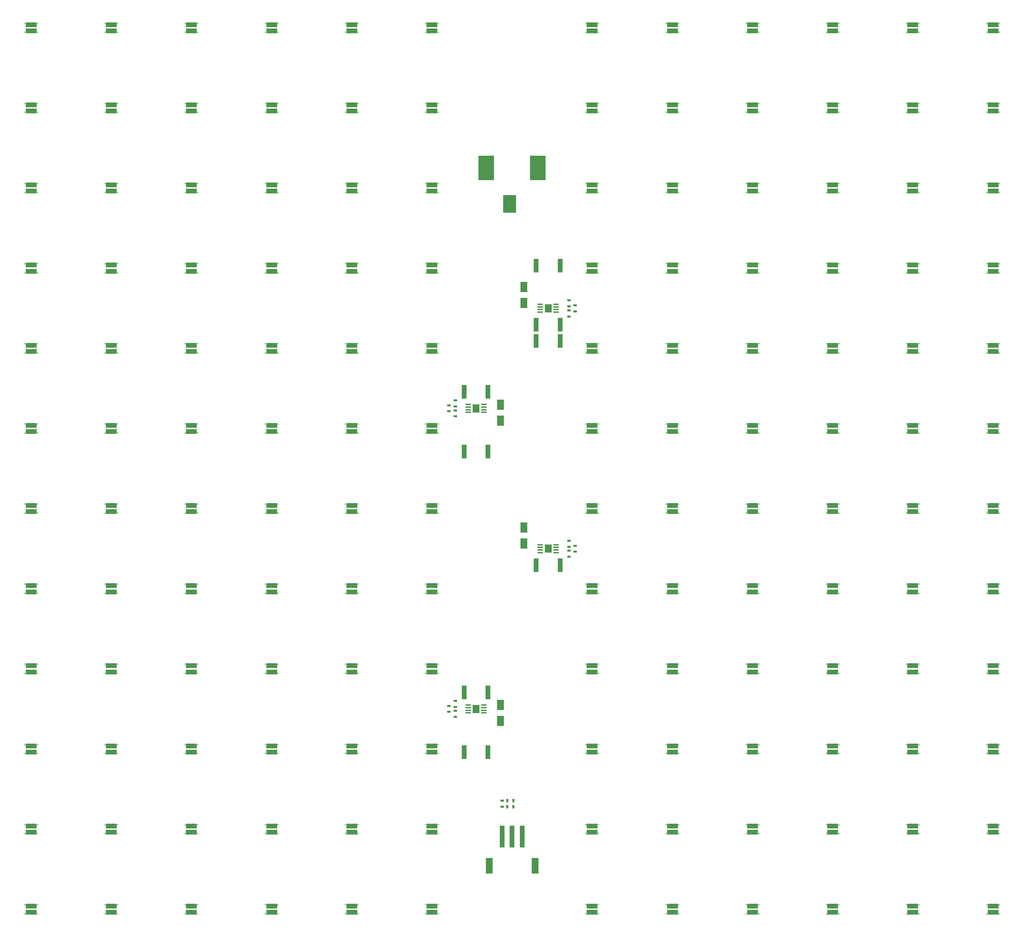
<source format=gtp>
%FSLAX25Y25*%
%MOIN*%
G70*
G01*
G75*
G04 Layer_Color=8421504*
%ADD10R,0.04724X0.13386*%
%ADD11R,0.03543X0.02362*%
%ADD12R,0.02362X0.03543*%
%ADD13R,0.05315X0.01772*%
%ADD14R,0.06693X0.07874*%
%ADD15R,0.11024X0.04921*%
%ADD16R,0.01378X0.02165*%
%ADD17R,0.09252X0.20079*%
%ADD18R,0.06693X0.09843*%
%ADD19R,0.03543X0.07087*%
%ADD20R,0.07087X0.03543*%
%ADD21R,0.15354X0.24410*%
%ADD22R,0.12992X0.17323*%
%ADD23R,0.07087X0.15354*%
%ADD24R,0.05118X0.21654*%
%ADD25C,0.00100*%
%ADD26C,0.00591*%
%ADD27C,0.01772*%
%ADD28R,0.03740X0.03150*%
%ADD29C,0.07874*%
%ADD30O,0.15748X0.29134*%
%ADD31C,0.15748*%
%ADD32C,0.23622*%
%ADD33C,0.00984*%
%ADD34C,0.00787*%
%ADD35R,0.10630X0.04528*%
%ADD36R,0.00984X0.01772*%
D10*
X47244Y199213D02*
D03*
X23622D02*
D03*
X47244Y125197D02*
D03*
X23622D02*
D03*
X-47244Y16535D02*
D03*
X-23622D02*
D03*
X-47244Y-220079D02*
D03*
X-23622D02*
D03*
X23622Y-94882D02*
D03*
X47244D02*
D03*
X23622Y141339D02*
D03*
X47244D02*
D03*
X-47244Y75197D02*
D03*
X-23622D02*
D03*
Y-278740D02*
D03*
X-47244D02*
D03*
D11*
X-9744Y-326279D02*
D03*
Y-332185D02*
D03*
X-62008Y-239075D02*
D03*
Y-233169D02*
D03*
Y56201D02*
D03*
Y62106D02*
D03*
X-55905Y-238090D02*
D03*
Y-243996D02*
D03*
Y57185D02*
D03*
Y51279D02*
D03*
Y-228248D02*
D03*
Y-234154D02*
D03*
Y67028D02*
D03*
Y61122D02*
D03*
X55905Y-80807D02*
D03*
Y-86713D02*
D03*
Y-70965D02*
D03*
Y-76870D02*
D03*
Y165256D02*
D03*
Y159350D02*
D03*
X62008Y-81791D02*
D03*
Y-75886D02*
D03*
Y154429D02*
D03*
Y160335D02*
D03*
X55905Y155413D02*
D03*
Y149508D02*
D03*
D12*
X1181Y-326181D02*
D03*
X-4724D02*
D03*
X1181Y-332283D02*
D03*
X-4724D02*
D03*
D13*
X-43209Y-232382D02*
D03*
Y-234941D02*
D03*
Y-237500D02*
D03*
Y-240059D02*
D03*
X-27657Y-232382D02*
D03*
Y-234941D02*
D03*
Y-237500D02*
D03*
Y-240059D02*
D03*
X-43209Y62894D02*
D03*
Y60335D02*
D03*
Y57776D02*
D03*
Y55216D02*
D03*
X-27657Y62894D02*
D03*
Y60335D02*
D03*
Y57776D02*
D03*
Y55216D02*
D03*
X27657Y-74902D02*
D03*
Y-77461D02*
D03*
Y-80020D02*
D03*
Y-82579D02*
D03*
X43209Y-74902D02*
D03*
Y-77461D02*
D03*
Y-80020D02*
D03*
Y-82579D02*
D03*
X27657Y161319D02*
D03*
Y158760D02*
D03*
Y156201D02*
D03*
Y153642D02*
D03*
X43209Y161319D02*
D03*
Y158760D02*
D03*
Y156201D02*
D03*
Y153642D02*
D03*
D14*
X-35433Y-236221D02*
D03*
Y59055D02*
D03*
X35433Y-78740D02*
D03*
Y157480D02*
D03*
D18*
X-11417Y-232382D02*
D03*
Y-248130D02*
D03*
Y62795D02*
D03*
Y47047D02*
D03*
X11417Y-57874D02*
D03*
Y-73622D02*
D03*
Y178347D02*
D03*
Y162598D02*
D03*
D21*
X-25394Y295276D02*
D03*
X25394D02*
D03*
D22*
X-2559Y260039D02*
D03*
D23*
X22441Y-390354D02*
D03*
X-22441D02*
D03*
D24*
X-9843Y-361614D02*
D03*
X0D02*
D03*
X9843D02*
D03*
D35*
X-78740Y-430020D02*
D03*
Y-436122D02*
D03*
Y42421D02*
D03*
Y36319D02*
D03*
Y-351279D02*
D03*
Y-357382D02*
D03*
Y121161D02*
D03*
Y115059D02*
D03*
Y-272539D02*
D03*
Y-278642D02*
D03*
Y199902D02*
D03*
Y193799D02*
D03*
Y-193799D02*
D03*
Y-199902D02*
D03*
Y278642D02*
D03*
Y272539D02*
D03*
Y-115059D02*
D03*
Y-121161D02*
D03*
Y357382D02*
D03*
Y351279D02*
D03*
Y-36319D02*
D03*
Y-42421D02*
D03*
Y436122D02*
D03*
Y430020D02*
D03*
X-157480Y-430020D02*
D03*
Y-436122D02*
D03*
Y42421D02*
D03*
Y36319D02*
D03*
Y-351279D02*
D03*
Y-357382D02*
D03*
Y121161D02*
D03*
Y115059D02*
D03*
Y-272539D02*
D03*
Y-278642D02*
D03*
Y199902D02*
D03*
Y193799D02*
D03*
Y-193799D02*
D03*
Y-199902D02*
D03*
Y278642D02*
D03*
Y272539D02*
D03*
Y-115059D02*
D03*
Y-121161D02*
D03*
Y357382D02*
D03*
Y351279D02*
D03*
Y-36319D02*
D03*
Y-42421D02*
D03*
Y436122D02*
D03*
Y430020D02*
D03*
X-236221Y-430020D02*
D03*
Y-436122D02*
D03*
Y42421D02*
D03*
Y36319D02*
D03*
Y-351279D02*
D03*
Y-357382D02*
D03*
Y121161D02*
D03*
Y115059D02*
D03*
Y-272539D02*
D03*
Y-278642D02*
D03*
Y199902D02*
D03*
Y193799D02*
D03*
Y-193799D02*
D03*
Y-199902D02*
D03*
Y278642D02*
D03*
Y272539D02*
D03*
Y-115059D02*
D03*
Y-121161D02*
D03*
Y357382D02*
D03*
Y351279D02*
D03*
Y-36319D02*
D03*
Y-42421D02*
D03*
Y436122D02*
D03*
Y430020D02*
D03*
X-314961Y-430020D02*
D03*
Y-436122D02*
D03*
Y42421D02*
D03*
Y36319D02*
D03*
Y-351279D02*
D03*
Y-357382D02*
D03*
Y121161D02*
D03*
Y115059D02*
D03*
Y-272539D02*
D03*
Y-278642D02*
D03*
Y199902D02*
D03*
Y193799D02*
D03*
Y-193799D02*
D03*
Y-199902D02*
D03*
Y278642D02*
D03*
Y272539D02*
D03*
Y-115059D02*
D03*
Y-121161D02*
D03*
Y357382D02*
D03*
Y351279D02*
D03*
Y-36319D02*
D03*
Y-42421D02*
D03*
Y436122D02*
D03*
Y430020D02*
D03*
X-393701Y-430020D02*
D03*
Y-436122D02*
D03*
Y42421D02*
D03*
Y36319D02*
D03*
Y-351279D02*
D03*
Y-357382D02*
D03*
Y121161D02*
D03*
Y115059D02*
D03*
Y-272539D02*
D03*
Y-278642D02*
D03*
Y199902D02*
D03*
Y193799D02*
D03*
Y-193799D02*
D03*
Y-199902D02*
D03*
Y278642D02*
D03*
Y272539D02*
D03*
Y-115059D02*
D03*
Y-121161D02*
D03*
Y357382D02*
D03*
Y351279D02*
D03*
Y-36319D02*
D03*
Y-42421D02*
D03*
Y436122D02*
D03*
Y430020D02*
D03*
X-472441Y-430020D02*
D03*
Y-436122D02*
D03*
Y42421D02*
D03*
Y36319D02*
D03*
Y-351279D02*
D03*
Y-357382D02*
D03*
Y121161D02*
D03*
Y115059D02*
D03*
Y-272539D02*
D03*
Y-278642D02*
D03*
Y199902D02*
D03*
Y193799D02*
D03*
Y-193799D02*
D03*
Y-199902D02*
D03*
Y278642D02*
D03*
Y272539D02*
D03*
Y-115059D02*
D03*
Y-121161D02*
D03*
Y357382D02*
D03*
Y351279D02*
D03*
Y-36319D02*
D03*
Y-42421D02*
D03*
Y436122D02*
D03*
Y430020D02*
D03*
X78740Y-430020D02*
D03*
Y-436122D02*
D03*
Y42421D02*
D03*
Y36319D02*
D03*
Y-351279D02*
D03*
Y-357382D02*
D03*
Y121161D02*
D03*
Y115059D02*
D03*
Y-272539D02*
D03*
Y-278642D02*
D03*
Y199902D02*
D03*
Y193799D02*
D03*
Y-193799D02*
D03*
Y-199902D02*
D03*
Y278642D02*
D03*
Y272539D02*
D03*
Y-115059D02*
D03*
Y-121161D02*
D03*
Y357382D02*
D03*
Y351279D02*
D03*
Y-36319D02*
D03*
Y-42421D02*
D03*
Y436122D02*
D03*
Y430020D02*
D03*
X157480Y-430020D02*
D03*
Y-436122D02*
D03*
Y42421D02*
D03*
Y36319D02*
D03*
Y-351279D02*
D03*
Y-357382D02*
D03*
Y121161D02*
D03*
Y115059D02*
D03*
Y-272539D02*
D03*
Y-278642D02*
D03*
Y199902D02*
D03*
Y193799D02*
D03*
Y-193799D02*
D03*
Y-199902D02*
D03*
Y278642D02*
D03*
Y272539D02*
D03*
Y-115059D02*
D03*
Y-121161D02*
D03*
Y357382D02*
D03*
Y351279D02*
D03*
Y-36319D02*
D03*
Y-42421D02*
D03*
Y436122D02*
D03*
Y430020D02*
D03*
X236221Y-430020D02*
D03*
Y-436122D02*
D03*
Y42421D02*
D03*
Y36319D02*
D03*
Y-351279D02*
D03*
Y-357382D02*
D03*
Y121161D02*
D03*
Y115059D02*
D03*
Y-272539D02*
D03*
Y-278642D02*
D03*
Y199902D02*
D03*
Y193799D02*
D03*
Y-193799D02*
D03*
Y-199902D02*
D03*
Y278642D02*
D03*
Y272539D02*
D03*
Y-115059D02*
D03*
Y-121161D02*
D03*
Y357382D02*
D03*
Y351279D02*
D03*
Y-36319D02*
D03*
Y-42421D02*
D03*
Y436122D02*
D03*
Y430020D02*
D03*
X314961Y-430020D02*
D03*
Y-436122D02*
D03*
Y42421D02*
D03*
Y36319D02*
D03*
Y-351279D02*
D03*
Y-357382D02*
D03*
Y121161D02*
D03*
Y115059D02*
D03*
Y-272539D02*
D03*
Y-278642D02*
D03*
Y199902D02*
D03*
Y193799D02*
D03*
Y-193799D02*
D03*
Y-199902D02*
D03*
Y278642D02*
D03*
Y272539D02*
D03*
Y-115059D02*
D03*
Y-121161D02*
D03*
Y357382D02*
D03*
Y351279D02*
D03*
Y-36319D02*
D03*
Y-42421D02*
D03*
Y436122D02*
D03*
Y430020D02*
D03*
X393701Y-430020D02*
D03*
Y-436122D02*
D03*
Y42421D02*
D03*
Y36319D02*
D03*
Y-351279D02*
D03*
Y-357382D02*
D03*
Y121161D02*
D03*
Y115059D02*
D03*
Y-272539D02*
D03*
Y-278642D02*
D03*
Y199902D02*
D03*
Y193799D02*
D03*
Y-193799D02*
D03*
Y-199902D02*
D03*
Y278642D02*
D03*
Y272539D02*
D03*
Y-115059D02*
D03*
Y-121161D02*
D03*
Y357382D02*
D03*
Y351279D02*
D03*
Y-36319D02*
D03*
Y-42421D02*
D03*
Y436122D02*
D03*
Y430020D02*
D03*
X472441Y-430020D02*
D03*
Y-436122D02*
D03*
Y42421D02*
D03*
Y36319D02*
D03*
Y-351279D02*
D03*
Y-357382D02*
D03*
Y121161D02*
D03*
Y115059D02*
D03*
Y-272539D02*
D03*
Y-278642D02*
D03*
Y199902D02*
D03*
Y193799D02*
D03*
Y-193799D02*
D03*
Y-199902D02*
D03*
Y278642D02*
D03*
Y272539D02*
D03*
Y-115059D02*
D03*
Y-121161D02*
D03*
Y357382D02*
D03*
Y351279D02*
D03*
Y-36319D02*
D03*
Y-42421D02*
D03*
Y436122D02*
D03*
Y430020D02*
D03*
D36*
X-84941Y-428642D02*
D03*
X-72539D02*
D03*
X-84941Y-437500D02*
D03*
X-72539D02*
D03*
X-84941Y43799D02*
D03*
X-72539D02*
D03*
X-84941Y34941D02*
D03*
X-72539D02*
D03*
X-84941Y-349902D02*
D03*
X-72539D02*
D03*
X-84941Y-358760D02*
D03*
X-72539D02*
D03*
X-84941Y122539D02*
D03*
X-72539D02*
D03*
X-84941Y113681D02*
D03*
X-72539D02*
D03*
X-84941Y-271161D02*
D03*
X-72539D02*
D03*
X-84941Y-280020D02*
D03*
X-72539D02*
D03*
X-84941Y201279D02*
D03*
X-72539D02*
D03*
X-84941Y192421D02*
D03*
X-72539D02*
D03*
X-84941Y-192421D02*
D03*
X-72539D02*
D03*
X-84941Y-201279D02*
D03*
X-72539D02*
D03*
X-84941Y280020D02*
D03*
X-72539D02*
D03*
X-84941Y271161D02*
D03*
X-72539D02*
D03*
X-84941Y-113681D02*
D03*
X-72539D02*
D03*
X-84941Y-122539D02*
D03*
X-72539D02*
D03*
X-84941Y358760D02*
D03*
X-72539D02*
D03*
X-84941Y349902D02*
D03*
X-72539D02*
D03*
X-84941Y-34941D02*
D03*
X-72539D02*
D03*
X-84941Y-43799D02*
D03*
X-72539D02*
D03*
X-84941Y437500D02*
D03*
X-72539D02*
D03*
X-84941Y428642D02*
D03*
X-72539D02*
D03*
X-163681Y-428642D02*
D03*
X-151279D02*
D03*
X-163681Y-437500D02*
D03*
X-151279D02*
D03*
X-163681Y43799D02*
D03*
X-151279D02*
D03*
X-163681Y34941D02*
D03*
X-151279D02*
D03*
X-163681Y-349902D02*
D03*
X-151279D02*
D03*
X-163681Y-358760D02*
D03*
X-151279D02*
D03*
X-163681Y122539D02*
D03*
X-151279D02*
D03*
X-163681Y113681D02*
D03*
X-151279D02*
D03*
X-163681Y-271161D02*
D03*
X-151279D02*
D03*
X-163681Y-280020D02*
D03*
X-151279D02*
D03*
X-163681Y201279D02*
D03*
X-151279D02*
D03*
X-163681Y192421D02*
D03*
X-151279D02*
D03*
X-163681Y-192421D02*
D03*
X-151279D02*
D03*
X-163681Y-201279D02*
D03*
X-151279D02*
D03*
X-163681Y280020D02*
D03*
X-151279D02*
D03*
X-163681Y271161D02*
D03*
X-151279D02*
D03*
X-163681Y-113681D02*
D03*
X-151279D02*
D03*
X-163681Y-122539D02*
D03*
X-151279D02*
D03*
X-163681Y358760D02*
D03*
X-151279D02*
D03*
X-163681Y349902D02*
D03*
X-151279D02*
D03*
X-163681Y-34941D02*
D03*
X-151279D02*
D03*
X-163681Y-43799D02*
D03*
X-151279D02*
D03*
X-163681Y437500D02*
D03*
X-151279D02*
D03*
X-163681Y428642D02*
D03*
X-151279D02*
D03*
X-242421Y-428642D02*
D03*
X-230020D02*
D03*
X-242421Y-437500D02*
D03*
X-230020D02*
D03*
X-242421Y43799D02*
D03*
X-230020D02*
D03*
X-242421Y34941D02*
D03*
X-230020D02*
D03*
X-242421Y-349902D02*
D03*
X-230020D02*
D03*
X-242421Y-358760D02*
D03*
X-230020D02*
D03*
X-242421Y122539D02*
D03*
X-230020D02*
D03*
X-242421Y113681D02*
D03*
X-230020D02*
D03*
X-242421Y-271161D02*
D03*
X-230020D02*
D03*
X-242421Y-280020D02*
D03*
X-230020D02*
D03*
X-242421Y201279D02*
D03*
X-230020D02*
D03*
X-242421Y192421D02*
D03*
X-230020D02*
D03*
X-242421Y-192421D02*
D03*
X-230020D02*
D03*
X-242421Y-201279D02*
D03*
X-230020D02*
D03*
X-242421Y280020D02*
D03*
X-230020D02*
D03*
X-242421Y271161D02*
D03*
X-230020D02*
D03*
X-242421Y-113681D02*
D03*
X-230020D02*
D03*
X-242421Y-122539D02*
D03*
X-230020D02*
D03*
X-242421Y358760D02*
D03*
X-230020D02*
D03*
X-242421Y349902D02*
D03*
X-230020D02*
D03*
X-242421Y-34941D02*
D03*
X-230020D02*
D03*
X-242421Y-43799D02*
D03*
X-230020D02*
D03*
X-242421Y437500D02*
D03*
X-230020D02*
D03*
X-242421Y428642D02*
D03*
X-230020D02*
D03*
X-321161Y-428642D02*
D03*
X-308760D02*
D03*
X-321161Y-437500D02*
D03*
X-308760D02*
D03*
X-321161Y43799D02*
D03*
X-308760D02*
D03*
X-321161Y34941D02*
D03*
X-308760D02*
D03*
X-321161Y-349902D02*
D03*
X-308760D02*
D03*
X-321161Y-358760D02*
D03*
X-308760D02*
D03*
X-321161Y122539D02*
D03*
X-308760D02*
D03*
X-321161Y113681D02*
D03*
X-308760D02*
D03*
X-321161Y-271161D02*
D03*
X-308760D02*
D03*
X-321161Y-280020D02*
D03*
X-308760D02*
D03*
X-321161Y201279D02*
D03*
X-308760D02*
D03*
X-321161Y192421D02*
D03*
X-308760D02*
D03*
X-321161Y-192421D02*
D03*
X-308760D02*
D03*
X-321161Y-201279D02*
D03*
X-308760D02*
D03*
X-321161Y280020D02*
D03*
X-308760D02*
D03*
X-321161Y271161D02*
D03*
X-308760D02*
D03*
X-321161Y-113681D02*
D03*
X-308760D02*
D03*
X-321161Y-122539D02*
D03*
X-308760D02*
D03*
X-321161Y358760D02*
D03*
X-308760D02*
D03*
X-321161Y349902D02*
D03*
X-308760D02*
D03*
X-321161Y-34941D02*
D03*
X-308760D02*
D03*
X-321161Y-43799D02*
D03*
X-308760D02*
D03*
X-321161Y437500D02*
D03*
X-308760D02*
D03*
X-321161Y428642D02*
D03*
X-308760D02*
D03*
X-399902Y-428642D02*
D03*
X-387500D02*
D03*
X-399902Y-437500D02*
D03*
X-387500D02*
D03*
X-399902Y43799D02*
D03*
X-387500D02*
D03*
X-399902Y34941D02*
D03*
X-387500D02*
D03*
X-399902Y-349902D02*
D03*
X-387500D02*
D03*
X-399902Y-358760D02*
D03*
X-387500D02*
D03*
X-399902Y122539D02*
D03*
X-387500D02*
D03*
X-399902Y113681D02*
D03*
X-387500D02*
D03*
X-399902Y-271161D02*
D03*
X-387500D02*
D03*
X-399902Y-280020D02*
D03*
X-387500D02*
D03*
X-399902Y201279D02*
D03*
X-387500D02*
D03*
X-399902Y192421D02*
D03*
X-387500D02*
D03*
X-399902Y-192421D02*
D03*
X-387500D02*
D03*
X-399902Y-201279D02*
D03*
X-387500D02*
D03*
X-399902Y280020D02*
D03*
X-387500D02*
D03*
X-399902Y271161D02*
D03*
X-387500D02*
D03*
X-399902Y-113681D02*
D03*
X-387500D02*
D03*
X-399902Y-122539D02*
D03*
X-387500D02*
D03*
X-399902Y358760D02*
D03*
X-387500D02*
D03*
X-399902Y349902D02*
D03*
X-387500D02*
D03*
X-399902Y-34941D02*
D03*
X-387500D02*
D03*
X-399902Y-43799D02*
D03*
X-387500D02*
D03*
X-399902Y437500D02*
D03*
X-387500D02*
D03*
X-399902Y428642D02*
D03*
X-387500D02*
D03*
X-478642Y-428642D02*
D03*
X-466240D02*
D03*
X-478642Y-437500D02*
D03*
X-466240D02*
D03*
X-478642Y43799D02*
D03*
X-466240D02*
D03*
X-478642Y34941D02*
D03*
X-466240D02*
D03*
X-478642Y-349902D02*
D03*
X-466240D02*
D03*
X-478642Y-358760D02*
D03*
X-466240D02*
D03*
X-478642Y122539D02*
D03*
X-466240D02*
D03*
X-478642Y113681D02*
D03*
X-466240D02*
D03*
X-478642Y-271161D02*
D03*
X-466240D02*
D03*
X-478642Y-280020D02*
D03*
X-466240D02*
D03*
X-478642Y201279D02*
D03*
X-466240D02*
D03*
X-478642Y192421D02*
D03*
X-466240D02*
D03*
X-478642Y-192421D02*
D03*
X-466240D02*
D03*
X-478642Y-201279D02*
D03*
X-466240D02*
D03*
X-478642Y280020D02*
D03*
X-466240D02*
D03*
X-478642Y271161D02*
D03*
X-466240D02*
D03*
X-478642Y-113681D02*
D03*
X-466240D02*
D03*
X-478642Y-122539D02*
D03*
X-466240D02*
D03*
X-478642Y358760D02*
D03*
X-466240D02*
D03*
X-478642Y349902D02*
D03*
X-466240D02*
D03*
X-478642Y-34941D02*
D03*
X-466240D02*
D03*
X-478642Y-43799D02*
D03*
X-466240D02*
D03*
X-478642Y437500D02*
D03*
X-466240D02*
D03*
X-478642Y428642D02*
D03*
X-466240D02*
D03*
X72539Y-428642D02*
D03*
X84941D02*
D03*
X72539Y-437500D02*
D03*
X84941D02*
D03*
X72539Y43799D02*
D03*
X84941D02*
D03*
X72539Y34941D02*
D03*
X84941D02*
D03*
X72539Y-349902D02*
D03*
X84941D02*
D03*
X72539Y-358760D02*
D03*
X84941D02*
D03*
X72539Y122539D02*
D03*
X84941D02*
D03*
X72539Y113681D02*
D03*
X84941D02*
D03*
X72539Y-271162D02*
D03*
X84941D02*
D03*
X72539Y-280020D02*
D03*
X84941D02*
D03*
X72539Y201279D02*
D03*
X84941D02*
D03*
X72539Y192421D02*
D03*
X84941D02*
D03*
X72539Y-192421D02*
D03*
X84941D02*
D03*
X72539Y-201279D02*
D03*
X84941D02*
D03*
X72539Y280020D02*
D03*
X84941D02*
D03*
X72539Y271161D02*
D03*
X84941D02*
D03*
X72539Y-113681D02*
D03*
X84941D02*
D03*
X72539Y-122539D02*
D03*
X84941D02*
D03*
X72539Y358760D02*
D03*
X84941D02*
D03*
X72539Y349902D02*
D03*
X84941D02*
D03*
X72539Y-34941D02*
D03*
X84941D02*
D03*
X72539Y-43799D02*
D03*
X84941D02*
D03*
X72539Y437500D02*
D03*
X84941D02*
D03*
X72539Y428642D02*
D03*
X84941D02*
D03*
X151279Y-428642D02*
D03*
X163681D02*
D03*
X151279Y-437500D02*
D03*
X163681D02*
D03*
X151279Y43799D02*
D03*
X163681D02*
D03*
X151279Y34941D02*
D03*
X163681D02*
D03*
X151279Y-349902D02*
D03*
X163681D02*
D03*
X151279Y-358760D02*
D03*
X163681D02*
D03*
X151279Y122539D02*
D03*
X163681D02*
D03*
X151279Y113681D02*
D03*
X163681D02*
D03*
X151279Y-271162D02*
D03*
X163681D02*
D03*
X151279Y-280020D02*
D03*
X163681D02*
D03*
X151279Y201279D02*
D03*
X163681D02*
D03*
X151279Y192421D02*
D03*
X163681D02*
D03*
X151279Y-192421D02*
D03*
X163681D02*
D03*
X151279Y-201279D02*
D03*
X163681D02*
D03*
X151279Y280020D02*
D03*
X163681D02*
D03*
X151279Y271161D02*
D03*
X163681D02*
D03*
X151279Y-113681D02*
D03*
X163681D02*
D03*
X151279Y-122539D02*
D03*
X163681D02*
D03*
X151279Y358760D02*
D03*
X163681D02*
D03*
X151279Y349902D02*
D03*
X163681D02*
D03*
X151279Y-34941D02*
D03*
X163681D02*
D03*
X151279Y-43799D02*
D03*
X163681D02*
D03*
X151279Y437500D02*
D03*
X163681D02*
D03*
X151279Y428642D02*
D03*
X163681D02*
D03*
X230020Y-428642D02*
D03*
X242421D02*
D03*
X230020Y-437500D02*
D03*
X242421D02*
D03*
X230020Y43799D02*
D03*
X242421D02*
D03*
X230020Y34941D02*
D03*
X242421D02*
D03*
X230020Y-349902D02*
D03*
X242421D02*
D03*
X230020Y-358760D02*
D03*
X242421D02*
D03*
X230020Y122539D02*
D03*
X242421D02*
D03*
X230020Y113681D02*
D03*
X242421D02*
D03*
X230020Y-271162D02*
D03*
X242421D02*
D03*
X230020Y-280020D02*
D03*
X242421D02*
D03*
X230020Y201279D02*
D03*
X242421D02*
D03*
X230020Y192421D02*
D03*
X242421D02*
D03*
X230020Y-192421D02*
D03*
X242421D02*
D03*
X230020Y-201279D02*
D03*
X242421D02*
D03*
X230020Y280020D02*
D03*
X242421D02*
D03*
X230020Y271161D02*
D03*
X242421D02*
D03*
X230020Y-113681D02*
D03*
X242421D02*
D03*
X230020Y-122539D02*
D03*
X242421D02*
D03*
X230020Y358760D02*
D03*
X242421D02*
D03*
X230020Y349902D02*
D03*
X242421D02*
D03*
X230020Y-34941D02*
D03*
X242421D02*
D03*
X230020Y-43799D02*
D03*
X242421D02*
D03*
X230020Y437500D02*
D03*
X242421D02*
D03*
X230020Y428642D02*
D03*
X242421D02*
D03*
X308760Y-428642D02*
D03*
X321161D02*
D03*
X308760Y-437500D02*
D03*
X321161D02*
D03*
X308760Y43799D02*
D03*
X321161D02*
D03*
X308760Y34941D02*
D03*
X321161D02*
D03*
X308760Y-349902D02*
D03*
X321161D02*
D03*
X308760Y-358760D02*
D03*
X321161D02*
D03*
X308760Y122539D02*
D03*
X321161D02*
D03*
X308760Y113681D02*
D03*
X321161D02*
D03*
X308760Y-271162D02*
D03*
X321161D02*
D03*
X308760Y-280020D02*
D03*
X321161D02*
D03*
X308760Y201279D02*
D03*
X321161D02*
D03*
X308760Y192421D02*
D03*
X321161D02*
D03*
X308760Y-192421D02*
D03*
X321161D02*
D03*
X308760Y-201279D02*
D03*
X321161D02*
D03*
X308760Y280020D02*
D03*
X321161D02*
D03*
X308760Y271161D02*
D03*
X321161D02*
D03*
X308760Y-113681D02*
D03*
X321161D02*
D03*
X308760Y-122539D02*
D03*
X321161D02*
D03*
X308760Y358760D02*
D03*
X321161D02*
D03*
X308760Y349902D02*
D03*
X321161D02*
D03*
X308760Y-34941D02*
D03*
X321161D02*
D03*
X308760Y-43799D02*
D03*
X321161D02*
D03*
X308760Y437500D02*
D03*
X321161D02*
D03*
X308760Y428642D02*
D03*
X321161D02*
D03*
X387500Y-428642D02*
D03*
X399902D02*
D03*
X387500Y-437500D02*
D03*
X399902D02*
D03*
X387500Y43799D02*
D03*
X399902D02*
D03*
X387500Y34941D02*
D03*
X399902D02*
D03*
X387500Y-349902D02*
D03*
X399902D02*
D03*
X387500Y-358760D02*
D03*
X399902D02*
D03*
X387500Y122539D02*
D03*
X399902D02*
D03*
X387500Y113681D02*
D03*
X399902D02*
D03*
X387500Y-271162D02*
D03*
X399902D02*
D03*
X387500Y-280020D02*
D03*
X399902D02*
D03*
X387500Y201279D02*
D03*
X399902D02*
D03*
X387500Y192421D02*
D03*
X399902D02*
D03*
X387500Y-192421D02*
D03*
X399902D02*
D03*
X387500Y-201279D02*
D03*
X399902D02*
D03*
X387500Y280020D02*
D03*
X399902D02*
D03*
X387500Y271161D02*
D03*
X399902D02*
D03*
X387500Y-113681D02*
D03*
X399902D02*
D03*
X387500Y-122539D02*
D03*
X399902D02*
D03*
X387500Y358760D02*
D03*
X399902D02*
D03*
X387500Y349902D02*
D03*
X399902D02*
D03*
X387500Y-34941D02*
D03*
X399902D02*
D03*
X387500Y-43799D02*
D03*
X399902D02*
D03*
X387500Y437500D02*
D03*
X399902D02*
D03*
X387500Y428642D02*
D03*
X399902D02*
D03*
X466240Y-428642D02*
D03*
X478642D02*
D03*
X466240Y-437500D02*
D03*
X478642D02*
D03*
X466240Y43799D02*
D03*
X478642D02*
D03*
X466240Y34941D02*
D03*
X478642D02*
D03*
X466240Y-349902D02*
D03*
X478642D02*
D03*
X466240Y-358760D02*
D03*
X478642D02*
D03*
X466240Y122539D02*
D03*
X478642D02*
D03*
X466240Y113681D02*
D03*
X478642D02*
D03*
X466240Y-271162D02*
D03*
X478642D02*
D03*
X466240Y-280020D02*
D03*
X478642D02*
D03*
X466240Y201279D02*
D03*
X478642D02*
D03*
X466240Y192421D02*
D03*
X478642D02*
D03*
X466240Y-192421D02*
D03*
X478642D02*
D03*
X466240Y-201279D02*
D03*
X478642D02*
D03*
X466240Y280020D02*
D03*
X478642D02*
D03*
X466240Y271161D02*
D03*
X478642D02*
D03*
X466240Y-113681D02*
D03*
X478642D02*
D03*
X466240Y-122539D02*
D03*
X478642D02*
D03*
X466240Y358760D02*
D03*
X478642D02*
D03*
X466240Y349902D02*
D03*
X478642D02*
D03*
X466240Y-34941D02*
D03*
X478642D02*
D03*
X466240Y-43799D02*
D03*
X478642D02*
D03*
X466240Y437500D02*
D03*
X478642D02*
D03*
X466240Y428642D02*
D03*
X478642D02*
D03*
M02*

</source>
